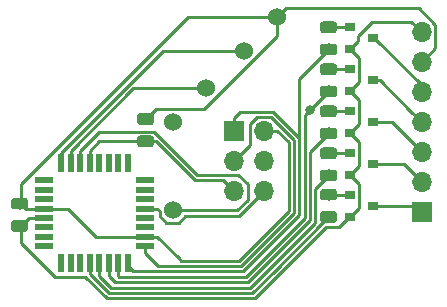
<source format=gbr>
G04 #@! TF.GenerationSoftware,KiCad,Pcbnew,(5.1.4)-1*
G04 #@! TF.CreationDate,2020-04-18T17:13:35+10:00*
G04 #@! TF.ProjectId,c64-nes-adapter,6336342d-6e65-4732-9d61-646170746572,rev?*
G04 #@! TF.SameCoordinates,Original*
G04 #@! TF.FileFunction,Copper,L1,Top*
G04 #@! TF.FilePolarity,Positive*
%FSLAX46Y46*%
G04 Gerber Fmt 4.6, Leading zero omitted, Abs format (unit mm)*
G04 Created by KiCad (PCBNEW (5.1.4)-1) date 2020-04-18 17:13:35*
%MOMM*%
%LPD*%
G04 APERTURE LIST*
%ADD10R,1.700000X1.700000*%
%ADD11O,1.700000X1.700000*%
%ADD12C,1.524000*%
%ADD13R,0.900000X0.800000*%
%ADD14C,0.100000*%
%ADD15C,0.975000*%
%ADD16R,0.550000X1.600000*%
%ADD17R,1.600000X0.550000*%
%ADD18C,0.800000*%
%ADD19C,0.250000*%
G04 APERTURE END LIST*
D10*
X200025000Y-107188000D03*
D11*
X200025000Y-104648000D03*
X200025000Y-102108000D03*
X200025000Y-99568000D03*
X200025000Y-97028000D03*
X200025000Y-94488000D03*
X200025000Y-91948000D03*
D12*
X187781834Y-90729166D03*
X184953407Y-93557593D03*
X181771427Y-96739573D03*
X178943000Y-99568000D03*
X178943000Y-107068000D03*
D11*
X186690000Y-105410000D03*
X184150000Y-105410000D03*
X186690000Y-102870000D03*
X184150000Y-102870000D03*
X186690000Y-100330000D03*
D10*
X184150000Y-100330000D03*
D13*
X193945000Y-91506000D03*
X193945000Y-93406000D03*
X195945000Y-92456000D03*
X193945000Y-95062000D03*
X193945000Y-96962000D03*
X195945000Y-96012000D03*
X193945000Y-98618000D03*
X193945000Y-100518000D03*
X195945000Y-99568000D03*
X193945000Y-102174000D03*
X193945000Y-104074000D03*
X195945000Y-103124000D03*
X193945000Y-105730000D03*
X193945000Y-107630000D03*
X195945000Y-106680000D03*
D14*
G36*
X192631142Y-105256174D02*
G01*
X192654803Y-105259684D01*
X192678007Y-105265496D01*
X192700529Y-105273554D01*
X192722153Y-105283782D01*
X192742670Y-105296079D01*
X192761883Y-105310329D01*
X192779607Y-105326393D01*
X192795671Y-105344117D01*
X192809921Y-105363330D01*
X192822218Y-105383847D01*
X192832446Y-105405471D01*
X192840504Y-105427993D01*
X192846316Y-105451197D01*
X192849826Y-105474858D01*
X192851000Y-105498750D01*
X192851000Y-105986250D01*
X192849826Y-106010142D01*
X192846316Y-106033803D01*
X192840504Y-106057007D01*
X192832446Y-106079529D01*
X192822218Y-106101153D01*
X192809921Y-106121670D01*
X192795671Y-106140883D01*
X192779607Y-106158607D01*
X192761883Y-106174671D01*
X192742670Y-106188921D01*
X192722153Y-106201218D01*
X192700529Y-106211446D01*
X192678007Y-106219504D01*
X192654803Y-106225316D01*
X192631142Y-106228826D01*
X192607250Y-106230000D01*
X191694750Y-106230000D01*
X191670858Y-106228826D01*
X191647197Y-106225316D01*
X191623993Y-106219504D01*
X191601471Y-106211446D01*
X191579847Y-106201218D01*
X191559330Y-106188921D01*
X191540117Y-106174671D01*
X191522393Y-106158607D01*
X191506329Y-106140883D01*
X191492079Y-106121670D01*
X191479782Y-106101153D01*
X191469554Y-106079529D01*
X191461496Y-106057007D01*
X191455684Y-106033803D01*
X191452174Y-106010142D01*
X191451000Y-105986250D01*
X191451000Y-105498750D01*
X191452174Y-105474858D01*
X191455684Y-105451197D01*
X191461496Y-105427993D01*
X191469554Y-105405471D01*
X191479782Y-105383847D01*
X191492079Y-105363330D01*
X191506329Y-105344117D01*
X191522393Y-105326393D01*
X191540117Y-105310329D01*
X191559330Y-105296079D01*
X191579847Y-105283782D01*
X191601471Y-105273554D01*
X191623993Y-105265496D01*
X191647197Y-105259684D01*
X191670858Y-105256174D01*
X191694750Y-105255000D01*
X192607250Y-105255000D01*
X192631142Y-105256174D01*
X192631142Y-105256174D01*
G37*
D15*
X192151000Y-105742500D03*
D14*
G36*
X192631142Y-107131174D02*
G01*
X192654803Y-107134684D01*
X192678007Y-107140496D01*
X192700529Y-107148554D01*
X192722153Y-107158782D01*
X192742670Y-107171079D01*
X192761883Y-107185329D01*
X192779607Y-107201393D01*
X192795671Y-107219117D01*
X192809921Y-107238330D01*
X192822218Y-107258847D01*
X192832446Y-107280471D01*
X192840504Y-107302993D01*
X192846316Y-107326197D01*
X192849826Y-107349858D01*
X192851000Y-107373750D01*
X192851000Y-107861250D01*
X192849826Y-107885142D01*
X192846316Y-107908803D01*
X192840504Y-107932007D01*
X192832446Y-107954529D01*
X192822218Y-107976153D01*
X192809921Y-107996670D01*
X192795671Y-108015883D01*
X192779607Y-108033607D01*
X192761883Y-108049671D01*
X192742670Y-108063921D01*
X192722153Y-108076218D01*
X192700529Y-108086446D01*
X192678007Y-108094504D01*
X192654803Y-108100316D01*
X192631142Y-108103826D01*
X192607250Y-108105000D01*
X191694750Y-108105000D01*
X191670858Y-108103826D01*
X191647197Y-108100316D01*
X191623993Y-108094504D01*
X191601471Y-108086446D01*
X191579847Y-108076218D01*
X191559330Y-108063921D01*
X191540117Y-108049671D01*
X191522393Y-108033607D01*
X191506329Y-108015883D01*
X191492079Y-107996670D01*
X191479782Y-107976153D01*
X191469554Y-107954529D01*
X191461496Y-107932007D01*
X191455684Y-107908803D01*
X191452174Y-107885142D01*
X191451000Y-107861250D01*
X191451000Y-107373750D01*
X191452174Y-107349858D01*
X191455684Y-107326197D01*
X191461496Y-107302993D01*
X191469554Y-107280471D01*
X191479782Y-107258847D01*
X191492079Y-107238330D01*
X191506329Y-107219117D01*
X191522393Y-107201393D01*
X191540117Y-107185329D01*
X191559330Y-107171079D01*
X191579847Y-107158782D01*
X191601471Y-107148554D01*
X191623993Y-107140496D01*
X191647197Y-107134684D01*
X191670858Y-107131174D01*
X191694750Y-107130000D01*
X192607250Y-107130000D01*
X192631142Y-107131174D01*
X192631142Y-107131174D01*
G37*
D15*
X192151000Y-107617500D03*
D14*
G36*
X192631142Y-94636674D02*
G01*
X192654803Y-94640184D01*
X192678007Y-94645996D01*
X192700529Y-94654054D01*
X192722153Y-94664282D01*
X192742670Y-94676579D01*
X192761883Y-94690829D01*
X192779607Y-94706893D01*
X192795671Y-94724617D01*
X192809921Y-94743830D01*
X192822218Y-94764347D01*
X192832446Y-94785971D01*
X192840504Y-94808493D01*
X192846316Y-94831697D01*
X192849826Y-94855358D01*
X192851000Y-94879250D01*
X192851000Y-95366750D01*
X192849826Y-95390642D01*
X192846316Y-95414303D01*
X192840504Y-95437507D01*
X192832446Y-95460029D01*
X192822218Y-95481653D01*
X192809921Y-95502170D01*
X192795671Y-95521383D01*
X192779607Y-95539107D01*
X192761883Y-95555171D01*
X192742670Y-95569421D01*
X192722153Y-95581718D01*
X192700529Y-95591946D01*
X192678007Y-95600004D01*
X192654803Y-95605816D01*
X192631142Y-95609326D01*
X192607250Y-95610500D01*
X191694750Y-95610500D01*
X191670858Y-95609326D01*
X191647197Y-95605816D01*
X191623993Y-95600004D01*
X191601471Y-95591946D01*
X191579847Y-95581718D01*
X191559330Y-95569421D01*
X191540117Y-95555171D01*
X191522393Y-95539107D01*
X191506329Y-95521383D01*
X191492079Y-95502170D01*
X191479782Y-95481653D01*
X191469554Y-95460029D01*
X191461496Y-95437507D01*
X191455684Y-95414303D01*
X191452174Y-95390642D01*
X191451000Y-95366750D01*
X191451000Y-94879250D01*
X191452174Y-94855358D01*
X191455684Y-94831697D01*
X191461496Y-94808493D01*
X191469554Y-94785971D01*
X191479782Y-94764347D01*
X191492079Y-94743830D01*
X191506329Y-94724617D01*
X191522393Y-94706893D01*
X191540117Y-94690829D01*
X191559330Y-94676579D01*
X191579847Y-94664282D01*
X191601471Y-94654054D01*
X191623993Y-94645996D01*
X191647197Y-94640184D01*
X191670858Y-94636674D01*
X191694750Y-94635500D01*
X192607250Y-94635500D01*
X192631142Y-94636674D01*
X192631142Y-94636674D01*
G37*
D15*
X192151000Y-95123000D03*
D14*
G36*
X192631142Y-96511674D02*
G01*
X192654803Y-96515184D01*
X192678007Y-96520996D01*
X192700529Y-96529054D01*
X192722153Y-96539282D01*
X192742670Y-96551579D01*
X192761883Y-96565829D01*
X192779607Y-96581893D01*
X192795671Y-96599617D01*
X192809921Y-96618830D01*
X192822218Y-96639347D01*
X192832446Y-96660971D01*
X192840504Y-96683493D01*
X192846316Y-96706697D01*
X192849826Y-96730358D01*
X192851000Y-96754250D01*
X192851000Y-97241750D01*
X192849826Y-97265642D01*
X192846316Y-97289303D01*
X192840504Y-97312507D01*
X192832446Y-97335029D01*
X192822218Y-97356653D01*
X192809921Y-97377170D01*
X192795671Y-97396383D01*
X192779607Y-97414107D01*
X192761883Y-97430171D01*
X192742670Y-97444421D01*
X192722153Y-97456718D01*
X192700529Y-97466946D01*
X192678007Y-97475004D01*
X192654803Y-97480816D01*
X192631142Y-97484326D01*
X192607250Y-97485500D01*
X191694750Y-97485500D01*
X191670858Y-97484326D01*
X191647197Y-97480816D01*
X191623993Y-97475004D01*
X191601471Y-97466946D01*
X191579847Y-97456718D01*
X191559330Y-97444421D01*
X191540117Y-97430171D01*
X191522393Y-97414107D01*
X191506329Y-97396383D01*
X191492079Y-97377170D01*
X191479782Y-97356653D01*
X191469554Y-97335029D01*
X191461496Y-97312507D01*
X191455684Y-97289303D01*
X191452174Y-97265642D01*
X191451000Y-97241750D01*
X191451000Y-96754250D01*
X191452174Y-96730358D01*
X191455684Y-96706697D01*
X191461496Y-96683493D01*
X191469554Y-96660971D01*
X191479782Y-96639347D01*
X191492079Y-96618830D01*
X191506329Y-96599617D01*
X191522393Y-96581893D01*
X191540117Y-96565829D01*
X191559330Y-96551579D01*
X191579847Y-96539282D01*
X191601471Y-96529054D01*
X191623993Y-96520996D01*
X191647197Y-96515184D01*
X191670858Y-96511674D01*
X191694750Y-96510500D01*
X192607250Y-96510500D01*
X192631142Y-96511674D01*
X192631142Y-96511674D01*
G37*
D15*
X192151000Y-96998000D03*
D14*
G36*
X192631142Y-91080674D02*
G01*
X192654803Y-91084184D01*
X192678007Y-91089996D01*
X192700529Y-91098054D01*
X192722153Y-91108282D01*
X192742670Y-91120579D01*
X192761883Y-91134829D01*
X192779607Y-91150893D01*
X192795671Y-91168617D01*
X192809921Y-91187830D01*
X192822218Y-91208347D01*
X192832446Y-91229971D01*
X192840504Y-91252493D01*
X192846316Y-91275697D01*
X192849826Y-91299358D01*
X192851000Y-91323250D01*
X192851000Y-91810750D01*
X192849826Y-91834642D01*
X192846316Y-91858303D01*
X192840504Y-91881507D01*
X192832446Y-91904029D01*
X192822218Y-91925653D01*
X192809921Y-91946170D01*
X192795671Y-91965383D01*
X192779607Y-91983107D01*
X192761883Y-91999171D01*
X192742670Y-92013421D01*
X192722153Y-92025718D01*
X192700529Y-92035946D01*
X192678007Y-92044004D01*
X192654803Y-92049816D01*
X192631142Y-92053326D01*
X192607250Y-92054500D01*
X191694750Y-92054500D01*
X191670858Y-92053326D01*
X191647197Y-92049816D01*
X191623993Y-92044004D01*
X191601471Y-92035946D01*
X191579847Y-92025718D01*
X191559330Y-92013421D01*
X191540117Y-91999171D01*
X191522393Y-91983107D01*
X191506329Y-91965383D01*
X191492079Y-91946170D01*
X191479782Y-91925653D01*
X191469554Y-91904029D01*
X191461496Y-91881507D01*
X191455684Y-91858303D01*
X191452174Y-91834642D01*
X191451000Y-91810750D01*
X191451000Y-91323250D01*
X191452174Y-91299358D01*
X191455684Y-91275697D01*
X191461496Y-91252493D01*
X191469554Y-91229971D01*
X191479782Y-91208347D01*
X191492079Y-91187830D01*
X191506329Y-91168617D01*
X191522393Y-91150893D01*
X191540117Y-91134829D01*
X191559330Y-91120579D01*
X191579847Y-91108282D01*
X191601471Y-91098054D01*
X191623993Y-91089996D01*
X191647197Y-91084184D01*
X191670858Y-91080674D01*
X191694750Y-91079500D01*
X192607250Y-91079500D01*
X192631142Y-91080674D01*
X192631142Y-91080674D01*
G37*
D15*
X192151000Y-91567000D03*
D14*
G36*
X192631142Y-92955674D02*
G01*
X192654803Y-92959184D01*
X192678007Y-92964996D01*
X192700529Y-92973054D01*
X192722153Y-92983282D01*
X192742670Y-92995579D01*
X192761883Y-93009829D01*
X192779607Y-93025893D01*
X192795671Y-93043617D01*
X192809921Y-93062830D01*
X192822218Y-93083347D01*
X192832446Y-93104971D01*
X192840504Y-93127493D01*
X192846316Y-93150697D01*
X192849826Y-93174358D01*
X192851000Y-93198250D01*
X192851000Y-93685750D01*
X192849826Y-93709642D01*
X192846316Y-93733303D01*
X192840504Y-93756507D01*
X192832446Y-93779029D01*
X192822218Y-93800653D01*
X192809921Y-93821170D01*
X192795671Y-93840383D01*
X192779607Y-93858107D01*
X192761883Y-93874171D01*
X192742670Y-93888421D01*
X192722153Y-93900718D01*
X192700529Y-93910946D01*
X192678007Y-93919004D01*
X192654803Y-93924816D01*
X192631142Y-93928326D01*
X192607250Y-93929500D01*
X191694750Y-93929500D01*
X191670858Y-93928326D01*
X191647197Y-93924816D01*
X191623993Y-93919004D01*
X191601471Y-93910946D01*
X191579847Y-93900718D01*
X191559330Y-93888421D01*
X191540117Y-93874171D01*
X191522393Y-93858107D01*
X191506329Y-93840383D01*
X191492079Y-93821170D01*
X191479782Y-93800653D01*
X191469554Y-93779029D01*
X191461496Y-93756507D01*
X191455684Y-93733303D01*
X191452174Y-93709642D01*
X191451000Y-93685750D01*
X191451000Y-93198250D01*
X191452174Y-93174358D01*
X191455684Y-93150697D01*
X191461496Y-93127493D01*
X191469554Y-93104971D01*
X191479782Y-93083347D01*
X191492079Y-93062830D01*
X191506329Y-93043617D01*
X191522393Y-93025893D01*
X191540117Y-93009829D01*
X191559330Y-92995579D01*
X191579847Y-92983282D01*
X191601471Y-92973054D01*
X191623993Y-92964996D01*
X191647197Y-92959184D01*
X191670858Y-92955674D01*
X191694750Y-92954500D01*
X192607250Y-92954500D01*
X192631142Y-92955674D01*
X192631142Y-92955674D01*
G37*
D15*
X192151000Y-93442000D03*
D14*
G36*
X192631142Y-98192674D02*
G01*
X192654803Y-98196184D01*
X192678007Y-98201996D01*
X192700529Y-98210054D01*
X192722153Y-98220282D01*
X192742670Y-98232579D01*
X192761883Y-98246829D01*
X192779607Y-98262893D01*
X192795671Y-98280617D01*
X192809921Y-98299830D01*
X192822218Y-98320347D01*
X192832446Y-98341971D01*
X192840504Y-98364493D01*
X192846316Y-98387697D01*
X192849826Y-98411358D01*
X192851000Y-98435250D01*
X192851000Y-98922750D01*
X192849826Y-98946642D01*
X192846316Y-98970303D01*
X192840504Y-98993507D01*
X192832446Y-99016029D01*
X192822218Y-99037653D01*
X192809921Y-99058170D01*
X192795671Y-99077383D01*
X192779607Y-99095107D01*
X192761883Y-99111171D01*
X192742670Y-99125421D01*
X192722153Y-99137718D01*
X192700529Y-99147946D01*
X192678007Y-99156004D01*
X192654803Y-99161816D01*
X192631142Y-99165326D01*
X192607250Y-99166500D01*
X191694750Y-99166500D01*
X191670858Y-99165326D01*
X191647197Y-99161816D01*
X191623993Y-99156004D01*
X191601471Y-99147946D01*
X191579847Y-99137718D01*
X191559330Y-99125421D01*
X191540117Y-99111171D01*
X191522393Y-99095107D01*
X191506329Y-99077383D01*
X191492079Y-99058170D01*
X191479782Y-99037653D01*
X191469554Y-99016029D01*
X191461496Y-98993507D01*
X191455684Y-98970303D01*
X191452174Y-98946642D01*
X191451000Y-98922750D01*
X191451000Y-98435250D01*
X191452174Y-98411358D01*
X191455684Y-98387697D01*
X191461496Y-98364493D01*
X191469554Y-98341971D01*
X191479782Y-98320347D01*
X191492079Y-98299830D01*
X191506329Y-98280617D01*
X191522393Y-98262893D01*
X191540117Y-98246829D01*
X191559330Y-98232579D01*
X191579847Y-98220282D01*
X191601471Y-98210054D01*
X191623993Y-98201996D01*
X191647197Y-98196184D01*
X191670858Y-98192674D01*
X191694750Y-98191500D01*
X192607250Y-98191500D01*
X192631142Y-98192674D01*
X192631142Y-98192674D01*
G37*
D15*
X192151000Y-98679000D03*
D14*
G36*
X192631142Y-100067674D02*
G01*
X192654803Y-100071184D01*
X192678007Y-100076996D01*
X192700529Y-100085054D01*
X192722153Y-100095282D01*
X192742670Y-100107579D01*
X192761883Y-100121829D01*
X192779607Y-100137893D01*
X192795671Y-100155617D01*
X192809921Y-100174830D01*
X192822218Y-100195347D01*
X192832446Y-100216971D01*
X192840504Y-100239493D01*
X192846316Y-100262697D01*
X192849826Y-100286358D01*
X192851000Y-100310250D01*
X192851000Y-100797750D01*
X192849826Y-100821642D01*
X192846316Y-100845303D01*
X192840504Y-100868507D01*
X192832446Y-100891029D01*
X192822218Y-100912653D01*
X192809921Y-100933170D01*
X192795671Y-100952383D01*
X192779607Y-100970107D01*
X192761883Y-100986171D01*
X192742670Y-101000421D01*
X192722153Y-101012718D01*
X192700529Y-101022946D01*
X192678007Y-101031004D01*
X192654803Y-101036816D01*
X192631142Y-101040326D01*
X192607250Y-101041500D01*
X191694750Y-101041500D01*
X191670858Y-101040326D01*
X191647197Y-101036816D01*
X191623993Y-101031004D01*
X191601471Y-101022946D01*
X191579847Y-101012718D01*
X191559330Y-101000421D01*
X191540117Y-100986171D01*
X191522393Y-100970107D01*
X191506329Y-100952383D01*
X191492079Y-100933170D01*
X191479782Y-100912653D01*
X191469554Y-100891029D01*
X191461496Y-100868507D01*
X191455684Y-100845303D01*
X191452174Y-100821642D01*
X191451000Y-100797750D01*
X191451000Y-100310250D01*
X191452174Y-100286358D01*
X191455684Y-100262697D01*
X191461496Y-100239493D01*
X191469554Y-100216971D01*
X191479782Y-100195347D01*
X191492079Y-100174830D01*
X191506329Y-100155617D01*
X191522393Y-100137893D01*
X191540117Y-100121829D01*
X191559330Y-100107579D01*
X191579847Y-100095282D01*
X191601471Y-100085054D01*
X191623993Y-100076996D01*
X191647197Y-100071184D01*
X191670858Y-100067674D01*
X191694750Y-100066500D01*
X192607250Y-100066500D01*
X192631142Y-100067674D01*
X192631142Y-100067674D01*
G37*
D15*
X192151000Y-100554000D03*
D14*
G36*
X192631142Y-101748674D02*
G01*
X192654803Y-101752184D01*
X192678007Y-101757996D01*
X192700529Y-101766054D01*
X192722153Y-101776282D01*
X192742670Y-101788579D01*
X192761883Y-101802829D01*
X192779607Y-101818893D01*
X192795671Y-101836617D01*
X192809921Y-101855830D01*
X192822218Y-101876347D01*
X192832446Y-101897971D01*
X192840504Y-101920493D01*
X192846316Y-101943697D01*
X192849826Y-101967358D01*
X192851000Y-101991250D01*
X192851000Y-102478750D01*
X192849826Y-102502642D01*
X192846316Y-102526303D01*
X192840504Y-102549507D01*
X192832446Y-102572029D01*
X192822218Y-102593653D01*
X192809921Y-102614170D01*
X192795671Y-102633383D01*
X192779607Y-102651107D01*
X192761883Y-102667171D01*
X192742670Y-102681421D01*
X192722153Y-102693718D01*
X192700529Y-102703946D01*
X192678007Y-102712004D01*
X192654803Y-102717816D01*
X192631142Y-102721326D01*
X192607250Y-102722500D01*
X191694750Y-102722500D01*
X191670858Y-102721326D01*
X191647197Y-102717816D01*
X191623993Y-102712004D01*
X191601471Y-102703946D01*
X191579847Y-102693718D01*
X191559330Y-102681421D01*
X191540117Y-102667171D01*
X191522393Y-102651107D01*
X191506329Y-102633383D01*
X191492079Y-102614170D01*
X191479782Y-102593653D01*
X191469554Y-102572029D01*
X191461496Y-102549507D01*
X191455684Y-102526303D01*
X191452174Y-102502642D01*
X191451000Y-102478750D01*
X191451000Y-101991250D01*
X191452174Y-101967358D01*
X191455684Y-101943697D01*
X191461496Y-101920493D01*
X191469554Y-101897971D01*
X191479782Y-101876347D01*
X191492079Y-101855830D01*
X191506329Y-101836617D01*
X191522393Y-101818893D01*
X191540117Y-101802829D01*
X191559330Y-101788579D01*
X191579847Y-101776282D01*
X191601471Y-101766054D01*
X191623993Y-101757996D01*
X191647197Y-101752184D01*
X191670858Y-101748674D01*
X191694750Y-101747500D01*
X192607250Y-101747500D01*
X192631142Y-101748674D01*
X192631142Y-101748674D01*
G37*
D15*
X192151000Y-102235000D03*
D14*
G36*
X192631142Y-103623674D02*
G01*
X192654803Y-103627184D01*
X192678007Y-103632996D01*
X192700529Y-103641054D01*
X192722153Y-103651282D01*
X192742670Y-103663579D01*
X192761883Y-103677829D01*
X192779607Y-103693893D01*
X192795671Y-103711617D01*
X192809921Y-103730830D01*
X192822218Y-103751347D01*
X192832446Y-103772971D01*
X192840504Y-103795493D01*
X192846316Y-103818697D01*
X192849826Y-103842358D01*
X192851000Y-103866250D01*
X192851000Y-104353750D01*
X192849826Y-104377642D01*
X192846316Y-104401303D01*
X192840504Y-104424507D01*
X192832446Y-104447029D01*
X192822218Y-104468653D01*
X192809921Y-104489170D01*
X192795671Y-104508383D01*
X192779607Y-104526107D01*
X192761883Y-104542171D01*
X192742670Y-104556421D01*
X192722153Y-104568718D01*
X192700529Y-104578946D01*
X192678007Y-104587004D01*
X192654803Y-104592816D01*
X192631142Y-104596326D01*
X192607250Y-104597500D01*
X191694750Y-104597500D01*
X191670858Y-104596326D01*
X191647197Y-104592816D01*
X191623993Y-104587004D01*
X191601471Y-104578946D01*
X191579847Y-104568718D01*
X191559330Y-104556421D01*
X191540117Y-104542171D01*
X191522393Y-104526107D01*
X191506329Y-104508383D01*
X191492079Y-104489170D01*
X191479782Y-104468653D01*
X191469554Y-104447029D01*
X191461496Y-104424507D01*
X191455684Y-104401303D01*
X191452174Y-104377642D01*
X191451000Y-104353750D01*
X191451000Y-103866250D01*
X191452174Y-103842358D01*
X191455684Y-103818697D01*
X191461496Y-103795493D01*
X191469554Y-103772971D01*
X191479782Y-103751347D01*
X191492079Y-103730830D01*
X191506329Y-103711617D01*
X191522393Y-103693893D01*
X191540117Y-103677829D01*
X191559330Y-103663579D01*
X191579847Y-103651282D01*
X191601471Y-103641054D01*
X191623993Y-103632996D01*
X191647197Y-103627184D01*
X191670858Y-103623674D01*
X191694750Y-103622500D01*
X192607250Y-103622500D01*
X192631142Y-103623674D01*
X192631142Y-103623674D01*
G37*
D15*
X192151000Y-104110000D03*
D16*
X169539000Y-103065000D03*
X170339000Y-103065000D03*
X171139000Y-103065000D03*
X171939000Y-103065000D03*
X172739000Y-103065000D03*
X173539000Y-103065000D03*
X174339000Y-103065000D03*
X175139000Y-103065000D03*
D17*
X176589000Y-104515000D03*
X176589000Y-105315000D03*
X176589000Y-106115000D03*
X176589000Y-106915000D03*
X176589000Y-107715000D03*
X176589000Y-108515000D03*
X176589000Y-109315000D03*
X176589000Y-110115000D03*
D16*
X175139000Y-111565000D03*
X174339000Y-111565000D03*
X173539000Y-111565000D03*
X172739000Y-111565000D03*
X171939000Y-111565000D03*
X171139000Y-111565000D03*
X170339000Y-111565000D03*
X169539000Y-111565000D03*
D17*
X168089000Y-110115000D03*
X168089000Y-109315000D03*
X168089000Y-108515000D03*
X168089000Y-107715000D03*
X168089000Y-106915000D03*
X168089000Y-106115000D03*
X168089000Y-105315000D03*
X168089000Y-104515000D03*
D14*
G36*
X177137142Y-100732674D02*
G01*
X177160803Y-100736184D01*
X177184007Y-100741996D01*
X177206529Y-100750054D01*
X177228153Y-100760282D01*
X177248670Y-100772579D01*
X177267883Y-100786829D01*
X177285607Y-100802893D01*
X177301671Y-100820617D01*
X177315921Y-100839830D01*
X177328218Y-100860347D01*
X177338446Y-100881971D01*
X177346504Y-100904493D01*
X177352316Y-100927697D01*
X177355826Y-100951358D01*
X177357000Y-100975250D01*
X177357000Y-101462750D01*
X177355826Y-101486642D01*
X177352316Y-101510303D01*
X177346504Y-101533507D01*
X177338446Y-101556029D01*
X177328218Y-101577653D01*
X177315921Y-101598170D01*
X177301671Y-101617383D01*
X177285607Y-101635107D01*
X177267883Y-101651171D01*
X177248670Y-101665421D01*
X177228153Y-101677718D01*
X177206529Y-101687946D01*
X177184007Y-101696004D01*
X177160803Y-101701816D01*
X177137142Y-101705326D01*
X177113250Y-101706500D01*
X176200750Y-101706500D01*
X176176858Y-101705326D01*
X176153197Y-101701816D01*
X176129993Y-101696004D01*
X176107471Y-101687946D01*
X176085847Y-101677718D01*
X176065330Y-101665421D01*
X176046117Y-101651171D01*
X176028393Y-101635107D01*
X176012329Y-101617383D01*
X175998079Y-101598170D01*
X175985782Y-101577653D01*
X175975554Y-101556029D01*
X175967496Y-101533507D01*
X175961684Y-101510303D01*
X175958174Y-101486642D01*
X175957000Y-101462750D01*
X175957000Y-100975250D01*
X175958174Y-100951358D01*
X175961684Y-100927697D01*
X175967496Y-100904493D01*
X175975554Y-100881971D01*
X175985782Y-100860347D01*
X175998079Y-100839830D01*
X176012329Y-100820617D01*
X176028393Y-100802893D01*
X176046117Y-100786829D01*
X176065330Y-100772579D01*
X176085847Y-100760282D01*
X176107471Y-100750054D01*
X176129993Y-100741996D01*
X176153197Y-100736184D01*
X176176858Y-100732674D01*
X176200750Y-100731500D01*
X177113250Y-100731500D01*
X177137142Y-100732674D01*
X177137142Y-100732674D01*
G37*
D15*
X176657000Y-101219000D03*
D14*
G36*
X177137142Y-98857674D02*
G01*
X177160803Y-98861184D01*
X177184007Y-98866996D01*
X177206529Y-98875054D01*
X177228153Y-98885282D01*
X177248670Y-98897579D01*
X177267883Y-98911829D01*
X177285607Y-98927893D01*
X177301671Y-98945617D01*
X177315921Y-98964830D01*
X177328218Y-98985347D01*
X177338446Y-99006971D01*
X177346504Y-99029493D01*
X177352316Y-99052697D01*
X177355826Y-99076358D01*
X177357000Y-99100250D01*
X177357000Y-99587750D01*
X177355826Y-99611642D01*
X177352316Y-99635303D01*
X177346504Y-99658507D01*
X177338446Y-99681029D01*
X177328218Y-99702653D01*
X177315921Y-99723170D01*
X177301671Y-99742383D01*
X177285607Y-99760107D01*
X177267883Y-99776171D01*
X177248670Y-99790421D01*
X177228153Y-99802718D01*
X177206529Y-99812946D01*
X177184007Y-99821004D01*
X177160803Y-99826816D01*
X177137142Y-99830326D01*
X177113250Y-99831500D01*
X176200750Y-99831500D01*
X176176858Y-99830326D01*
X176153197Y-99826816D01*
X176129993Y-99821004D01*
X176107471Y-99812946D01*
X176085847Y-99802718D01*
X176065330Y-99790421D01*
X176046117Y-99776171D01*
X176028393Y-99760107D01*
X176012329Y-99742383D01*
X175998079Y-99723170D01*
X175985782Y-99702653D01*
X175975554Y-99681029D01*
X175967496Y-99658507D01*
X175961684Y-99635303D01*
X175958174Y-99611642D01*
X175957000Y-99587750D01*
X175957000Y-99100250D01*
X175958174Y-99076358D01*
X175961684Y-99052697D01*
X175967496Y-99029493D01*
X175975554Y-99006971D01*
X175985782Y-98985347D01*
X175998079Y-98964830D01*
X176012329Y-98945617D01*
X176028393Y-98927893D01*
X176046117Y-98911829D01*
X176065330Y-98897579D01*
X176085847Y-98885282D01*
X176107471Y-98875054D01*
X176129993Y-98866996D01*
X176153197Y-98861184D01*
X176176858Y-98857674D01*
X176200750Y-98856500D01*
X177113250Y-98856500D01*
X177137142Y-98857674D01*
X177137142Y-98857674D01*
G37*
D15*
X176657000Y-99344000D03*
D14*
G36*
X166469142Y-107893174D02*
G01*
X166492803Y-107896684D01*
X166516007Y-107902496D01*
X166538529Y-107910554D01*
X166560153Y-107920782D01*
X166580670Y-107933079D01*
X166599883Y-107947329D01*
X166617607Y-107963393D01*
X166633671Y-107981117D01*
X166647921Y-108000330D01*
X166660218Y-108020847D01*
X166670446Y-108042471D01*
X166678504Y-108064993D01*
X166684316Y-108088197D01*
X166687826Y-108111858D01*
X166689000Y-108135750D01*
X166689000Y-108623250D01*
X166687826Y-108647142D01*
X166684316Y-108670803D01*
X166678504Y-108694007D01*
X166670446Y-108716529D01*
X166660218Y-108738153D01*
X166647921Y-108758670D01*
X166633671Y-108777883D01*
X166617607Y-108795607D01*
X166599883Y-108811671D01*
X166580670Y-108825921D01*
X166560153Y-108838218D01*
X166538529Y-108848446D01*
X166516007Y-108856504D01*
X166492803Y-108862316D01*
X166469142Y-108865826D01*
X166445250Y-108867000D01*
X165532750Y-108867000D01*
X165508858Y-108865826D01*
X165485197Y-108862316D01*
X165461993Y-108856504D01*
X165439471Y-108848446D01*
X165417847Y-108838218D01*
X165397330Y-108825921D01*
X165378117Y-108811671D01*
X165360393Y-108795607D01*
X165344329Y-108777883D01*
X165330079Y-108758670D01*
X165317782Y-108738153D01*
X165307554Y-108716529D01*
X165299496Y-108694007D01*
X165293684Y-108670803D01*
X165290174Y-108647142D01*
X165289000Y-108623250D01*
X165289000Y-108135750D01*
X165290174Y-108111858D01*
X165293684Y-108088197D01*
X165299496Y-108064993D01*
X165307554Y-108042471D01*
X165317782Y-108020847D01*
X165330079Y-108000330D01*
X165344329Y-107981117D01*
X165360393Y-107963393D01*
X165378117Y-107947329D01*
X165397330Y-107933079D01*
X165417847Y-107920782D01*
X165439471Y-107910554D01*
X165461993Y-107902496D01*
X165485197Y-107896684D01*
X165508858Y-107893174D01*
X165532750Y-107892000D01*
X166445250Y-107892000D01*
X166469142Y-107893174D01*
X166469142Y-107893174D01*
G37*
D15*
X165989000Y-108379500D03*
D14*
G36*
X166469142Y-106018174D02*
G01*
X166492803Y-106021684D01*
X166516007Y-106027496D01*
X166538529Y-106035554D01*
X166560153Y-106045782D01*
X166580670Y-106058079D01*
X166599883Y-106072329D01*
X166617607Y-106088393D01*
X166633671Y-106106117D01*
X166647921Y-106125330D01*
X166660218Y-106145847D01*
X166670446Y-106167471D01*
X166678504Y-106189993D01*
X166684316Y-106213197D01*
X166687826Y-106236858D01*
X166689000Y-106260750D01*
X166689000Y-106748250D01*
X166687826Y-106772142D01*
X166684316Y-106795803D01*
X166678504Y-106819007D01*
X166670446Y-106841529D01*
X166660218Y-106863153D01*
X166647921Y-106883670D01*
X166633671Y-106902883D01*
X166617607Y-106920607D01*
X166599883Y-106936671D01*
X166580670Y-106950921D01*
X166560153Y-106963218D01*
X166538529Y-106973446D01*
X166516007Y-106981504D01*
X166492803Y-106987316D01*
X166469142Y-106990826D01*
X166445250Y-106992000D01*
X165532750Y-106992000D01*
X165508858Y-106990826D01*
X165485197Y-106987316D01*
X165461993Y-106981504D01*
X165439471Y-106973446D01*
X165417847Y-106963218D01*
X165397330Y-106950921D01*
X165378117Y-106936671D01*
X165360393Y-106920607D01*
X165344329Y-106902883D01*
X165330079Y-106883670D01*
X165317782Y-106863153D01*
X165307554Y-106841529D01*
X165299496Y-106819007D01*
X165293684Y-106795803D01*
X165290174Y-106772142D01*
X165289000Y-106748250D01*
X165289000Y-106260750D01*
X165290174Y-106236858D01*
X165293684Y-106213197D01*
X165299496Y-106189993D01*
X165307554Y-106167471D01*
X165317782Y-106145847D01*
X165330079Y-106125330D01*
X165344329Y-106106117D01*
X165360393Y-106088393D01*
X165378117Y-106072329D01*
X165397330Y-106058079D01*
X165417847Y-106045782D01*
X165439471Y-106035554D01*
X165461993Y-106027496D01*
X165485197Y-106021684D01*
X165508858Y-106018174D01*
X165532750Y-106017000D01*
X166445250Y-106017000D01*
X166469142Y-106018174D01*
X166469142Y-106018174D01*
G37*
D15*
X165989000Y-106504500D03*
D18*
X190612000Y-98537000D03*
D19*
X171139000Y-102015000D02*
X171139000Y-103065000D01*
X172747510Y-100406490D02*
X171139000Y-102015000D01*
X177368490Y-100406490D02*
X172747510Y-100406490D01*
X181007001Y-104045001D02*
X177368490Y-100406490D01*
X184524003Y-104045001D02*
X181007001Y-104045001D01*
X185325001Y-104845999D02*
X184524003Y-104045001D01*
X184421000Y-107068000D02*
X185325001Y-106163999D01*
X185325001Y-106163999D02*
X185325001Y-104845999D01*
X178943000Y-107068000D02*
X184421000Y-107068000D01*
X180693797Y-96739573D02*
X181771427Y-96739573D01*
X175614427Y-96739573D02*
X180693797Y-96739573D01*
X170339000Y-102015000D02*
X175614427Y-96739573D01*
X170339000Y-103065000D02*
X170339000Y-102015000D01*
X183875777Y-93557593D02*
X184953407Y-93557593D01*
X178159997Y-93557593D02*
X183875777Y-93557593D01*
X169539000Y-102178590D02*
X178159997Y-93557593D01*
X169539000Y-103065000D02*
X169539000Y-102178590D01*
X199175001Y-98718001D02*
X200025000Y-99568000D01*
X196469000Y-96012000D02*
X199175001Y-98718001D01*
X195945000Y-96012000D02*
X196469000Y-96012000D01*
X197485000Y-99568000D02*
X200025000Y-102108000D01*
X195945000Y-99568000D02*
X197485000Y-99568000D01*
X198501000Y-103124000D02*
X200025000Y-104648000D01*
X195945000Y-103124000D02*
X198501000Y-103124000D01*
X199517000Y-106680000D02*
X200025000Y-107188000D01*
X195945000Y-106680000D02*
X199517000Y-106680000D01*
X199644000Y-96994000D02*
X199644000Y-97536000D01*
X195995000Y-92456000D02*
X200025000Y-96486000D01*
X195945000Y-92456000D02*
X195995000Y-92456000D01*
X171939000Y-102015000D02*
X171939000Y-103065000D01*
X172735000Y-101219000D02*
X171939000Y-102015000D01*
X176657000Y-101219000D02*
X172735000Y-101219000D01*
X183235011Y-104495011D02*
X184150000Y-105410000D01*
X180820601Y-104495011D02*
X183235011Y-104495011D01*
X176657000Y-101219000D02*
X177544590Y-101219000D01*
X177544590Y-101219000D02*
X180820601Y-104495011D01*
X176589000Y-110640000D02*
X176589000Y-110115000D01*
X177738981Y-111789981D02*
X176589000Y-110640000D01*
X184753609Y-111789981D02*
X177738981Y-111789981D01*
X189231505Y-107312085D02*
X184753609Y-111789981D01*
X184150000Y-102870000D02*
X185514999Y-101505001D01*
X185514999Y-101505001D02*
X185514999Y-99765999D01*
X185514999Y-99765999D02*
X186125999Y-99154999D01*
X187254001Y-99154999D02*
X189231505Y-101132503D01*
X186125999Y-99154999D02*
X187254001Y-99154999D01*
X189231505Y-101132503D02*
X189231505Y-107312085D01*
X168089000Y-107715000D02*
X166780500Y-107715000D01*
X166780500Y-107715000D02*
X166116000Y-108379500D01*
X194720001Y-96236999D02*
X193995000Y-96962000D01*
X194720001Y-94131001D02*
X194720001Y-96236999D01*
X193995000Y-93406000D02*
X194720001Y-94131001D01*
X194720001Y-99792999D02*
X193995000Y-100518000D01*
X194720001Y-97687001D02*
X194720001Y-99792999D01*
X193995000Y-96962000D02*
X194720001Y-97687001D01*
X193945000Y-96962000D02*
X193995000Y-96962000D01*
X194720001Y-103348999D02*
X193995000Y-104074000D01*
X194720001Y-101243001D02*
X194720001Y-103348999D01*
X193995000Y-100518000D02*
X194720001Y-101243001D01*
X193945000Y-100518000D02*
X193995000Y-100518000D01*
X193995000Y-107630000D02*
X193945000Y-107630000D01*
X194720001Y-106904999D02*
X193995000Y-107630000D01*
X194720001Y-104799001D02*
X194720001Y-106904999D01*
X193995000Y-104074000D02*
X194720001Y-104799001D01*
X193945000Y-104074000D02*
X193995000Y-104074000D01*
X199175001Y-91098001D02*
X200025000Y-91948000D01*
X195867997Y-91098001D02*
X199175001Y-91098001D01*
X194645000Y-92320998D02*
X195867997Y-91098001D01*
X194645000Y-92756000D02*
X194645000Y-92320998D01*
X193995000Y-93406000D02*
X194645000Y-92756000D01*
X193945000Y-93406000D02*
X193995000Y-93406000D01*
X193895000Y-107630000D02*
X193067000Y-108458000D01*
X193945000Y-107630000D02*
X193895000Y-107630000D01*
X193067000Y-108458000D02*
X191946910Y-108458000D01*
X185897880Y-114507030D02*
X173358209Y-114507029D01*
X191946910Y-108458000D02*
X185897880Y-114507030D01*
X173358209Y-114507029D02*
X171541181Y-112690001D01*
X166116000Y-108967000D02*
X166116000Y-108379500D01*
X166116000Y-109802002D02*
X166116000Y-108967000D01*
X169003999Y-112690001D02*
X166116000Y-109802002D01*
X171541181Y-112690001D02*
X169003999Y-112690001D01*
X179464761Y-108155001D02*
X180030001Y-107589761D01*
X178421239Y-108155001D02*
X179464761Y-108155001D01*
X177855999Y-107589761D02*
X178421239Y-108155001D01*
X177855999Y-107131999D02*
X177855999Y-107589761D01*
X176589000Y-106915000D02*
X177639000Y-106915000D01*
X177639000Y-106915000D02*
X177855999Y-107131999D01*
X185840001Y-106259999D02*
X186690000Y-105410000D01*
X185840001Y-106285409D02*
X185840001Y-106259999D01*
X184535649Y-107589761D02*
X185840001Y-106285409D01*
X180030001Y-107589761D02*
X184535649Y-107589761D01*
X168089000Y-106915000D02*
X166526500Y-106915000D01*
X166526500Y-106915000D02*
X166116000Y-106504500D01*
X170053002Y-106915000D02*
X169139000Y-106915000D01*
X169139000Y-106915000D02*
X168089000Y-106915000D01*
X176589000Y-109315000D02*
X172453002Y-109315000D01*
X172453002Y-109315000D02*
X170053002Y-106915000D01*
X200493999Y-94146001D02*
X199644000Y-94996000D01*
X188543833Y-89967167D02*
X187781834Y-90729166D01*
X199783169Y-89967167D02*
X188543833Y-89967167D01*
X201200001Y-91383999D02*
X199783169Y-89967167D01*
X201200001Y-93312999D02*
X201200001Y-91383999D01*
X200025000Y-94488000D02*
X201200001Y-93312999D01*
X186704204Y-90729166D02*
X187781834Y-90729166D01*
X180214832Y-90729166D02*
X186704204Y-90729166D01*
X166116000Y-104827998D02*
X180214832Y-90729166D01*
X166116000Y-106504500D02*
X166116000Y-104827998D01*
X187781834Y-91806796D02*
X187781834Y-90729166D01*
X187781834Y-92337928D02*
X187781834Y-91806796D01*
X181638763Y-98480999D02*
X187781834Y-92337928D01*
X177520001Y-98480999D02*
X181638763Y-98480999D01*
X176657000Y-99344000D02*
X177520001Y-98480999D01*
X187792592Y-100330000D02*
X186690000Y-100330000D01*
X188781495Y-101318903D02*
X187792592Y-100330000D01*
X188781495Y-107125685D02*
X188781495Y-101318903D01*
X176589000Y-109315000D02*
X177639000Y-109315000D01*
X177639000Y-109315000D02*
X179451000Y-111127000D01*
X179451000Y-111127000D02*
X179453000Y-111127000D01*
X179453000Y-111127000D02*
X179665971Y-111339971D01*
X179665971Y-111339971D02*
X184567209Y-111339971D01*
X184567209Y-111339971D02*
X188781495Y-107125685D01*
X174339000Y-111565000D02*
X174339000Y-112615000D01*
X174339000Y-112615000D02*
X174414001Y-112690001D01*
X190612000Y-98537000D02*
X192151000Y-96998000D01*
X190131525Y-99017475D02*
X190612000Y-98537000D01*
X190131525Y-107727745D02*
X190131525Y-99017475D01*
X185169269Y-112690001D02*
X190131525Y-107727745D01*
X175218999Y-112690001D02*
X185169269Y-112690001D01*
X175218999Y-112690001D02*
X176107999Y-112690001D01*
X174414001Y-112690001D02*
X175218999Y-112690001D01*
X184940009Y-112239991D02*
X189681515Y-107498485D01*
X189681515Y-95911485D02*
X189681515Y-95911485D01*
X189681515Y-95911485D02*
X192151000Y-93442000D01*
X175139000Y-111766000D02*
X175612991Y-112239991D01*
X175139000Y-111565000D02*
X175139000Y-111766000D01*
X175612991Y-112239991D02*
X177263991Y-112239991D01*
X177263991Y-112239991D02*
X184940009Y-112239991D01*
X189681515Y-102432515D02*
X189681515Y-95911485D01*
X189681515Y-100946103D02*
X189681515Y-103067515D01*
X187440402Y-98704990D02*
X189681515Y-100946103D01*
X184675010Y-98704990D02*
X187440402Y-98704990D01*
X184150000Y-99230000D02*
X184675010Y-98704990D01*
X184150000Y-100330000D02*
X184150000Y-99230000D01*
X189681515Y-107498485D02*
X189681515Y-103067515D01*
X189681515Y-103067515D02*
X189681515Y-102432515D01*
X191594763Y-108173737D02*
X192151000Y-107617500D01*
X171939000Y-111565000D02*
X171939000Y-112451410D01*
X185711480Y-114057020D02*
X187603250Y-112165250D01*
X173544610Y-114057020D02*
X185711480Y-114057020D01*
X173253795Y-113766205D02*
X173544610Y-114057020D01*
X171939000Y-112451410D02*
X173253795Y-113766205D01*
X173253795Y-113766205D02*
X173544609Y-114057019D01*
X185711481Y-114057019D02*
X187603250Y-112165250D01*
X187603250Y-112165250D02*
X191594763Y-108173737D01*
X191031545Y-105229455D02*
X192151000Y-104110000D01*
X191031545Y-108100545D02*
X191031545Y-105229455D01*
X185525081Y-113607009D02*
X191031545Y-108100545D01*
X185525080Y-113607010D02*
X186650045Y-112482045D01*
X173731010Y-113607010D02*
X185525080Y-113607010D01*
X172739000Y-111565000D02*
X172739000Y-112615000D01*
X172739000Y-112615000D02*
X173731010Y-113607010D01*
X185525081Y-113607009D02*
X173731009Y-113607009D01*
X186650045Y-112482045D02*
X185525081Y-113607009D01*
X190581535Y-102123465D02*
X192151000Y-100554000D01*
X173539000Y-112615000D02*
X174080999Y-113156999D01*
X173539000Y-111565000D02*
X173539000Y-112615000D01*
X174080999Y-113156999D02*
X184531000Y-113157000D01*
X190581535Y-107914145D02*
X190581535Y-102123465D01*
X184531000Y-113157000D02*
X184547989Y-113140011D01*
X184547989Y-113140011D02*
X185355669Y-113140011D01*
X185355669Y-113140011D02*
X190581535Y-107914145D01*
X193932500Y-105742500D02*
X193945000Y-105730000D01*
X192151000Y-105742500D02*
X193932500Y-105742500D01*
X193884000Y-102235000D02*
X193945000Y-102174000D01*
X192151000Y-102235000D02*
X193884000Y-102235000D01*
X193884000Y-98679000D02*
X193945000Y-98618000D01*
X192151000Y-98679000D02*
X193884000Y-98679000D01*
X193884000Y-95123000D02*
X193945000Y-95062000D01*
X192151000Y-95123000D02*
X193884000Y-95123000D01*
X193884000Y-91567000D02*
X193945000Y-91506000D01*
X192151000Y-91567000D02*
X193884000Y-91567000D01*
M02*

</source>
